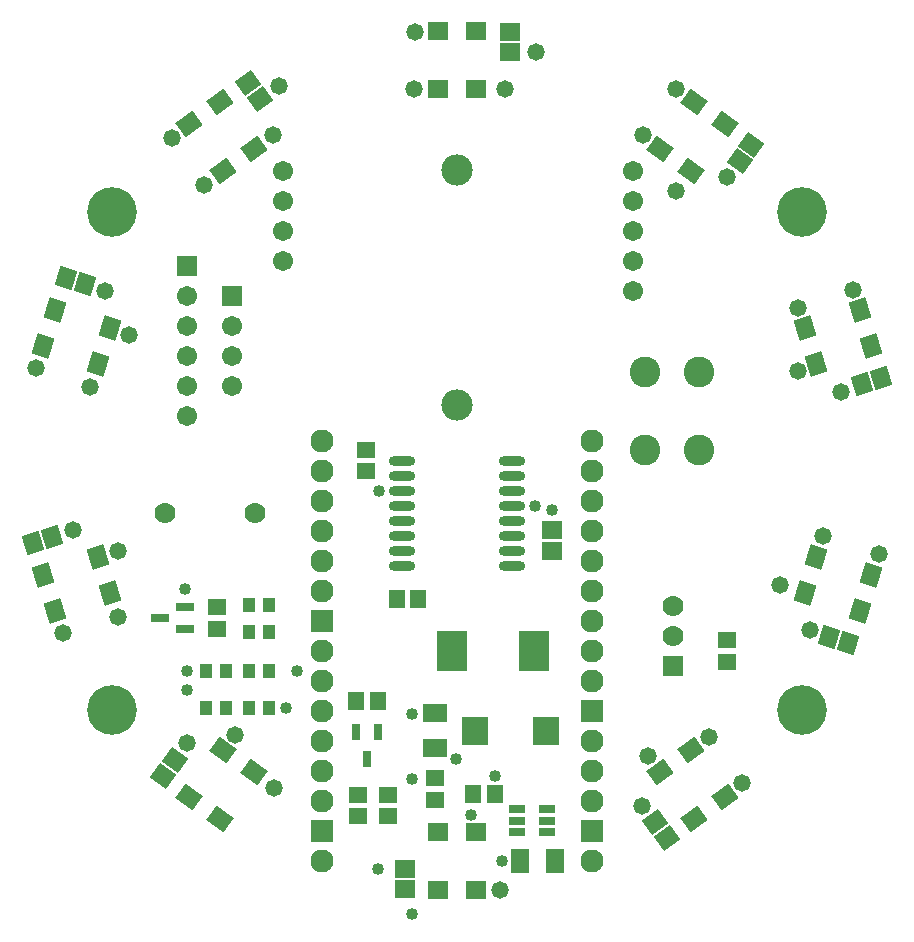
<source format=gts>
G04 Layer_Color=8388736*
%FSLAX25Y25*%
%MOIN*%
G70*
G01*
G75*
%ADD18R,0.07087X0.05906*%
G04:AMPARAMS|DCode=19|XSize=59.06mil|YSize=70.87mil|CornerRadius=0mil|HoleSize=0mil|Usage=FLASHONLY|Rotation=126.000|XOffset=0mil|YOffset=0mil|HoleType=Round|Shape=Rectangle|*
%AMROTATEDRECTD19*
4,1,4,0.04602,-0.00306,-0.01131,-0.04472,-0.04602,0.00306,0.01131,0.04472,0.04602,-0.00306,0.0*
%
%ADD19ROTATEDRECTD19*%

G04:AMPARAMS|DCode=20|XSize=59.06mil|YSize=70.87mil|CornerRadius=0mil|HoleSize=0mil|Usage=FLASHONLY|Rotation=162.000|XOffset=0mil|YOffset=0mil|HoleType=Round|Shape=Rectangle|*
%AMROTATEDRECTD20*
4,1,4,0.03903,0.02457,0.01713,-0.04282,-0.03903,-0.02457,-0.01713,0.04282,0.03903,0.02457,0.0*
%
%ADD20ROTATEDRECTD20*%

G04:AMPARAMS|DCode=21|XSize=59.06mil|YSize=70.87mil|CornerRadius=0mil|HoleSize=0mil|Usage=FLASHONLY|Rotation=198.000|XOffset=0mil|YOffset=0mil|HoleType=Round|Shape=Rectangle|*
%AMROTATEDRECTD21*
4,1,4,0.01713,0.04282,0.03903,-0.02457,-0.01713,-0.04282,-0.03903,0.02457,0.01713,0.04282,0.0*
%
%ADD21ROTATEDRECTD21*%

G04:AMPARAMS|DCode=22|XSize=59.06mil|YSize=70.87mil|CornerRadius=0mil|HoleSize=0mil|Usage=FLASHONLY|Rotation=234.000|XOffset=0mil|YOffset=0mil|HoleType=Round|Shape=Rectangle|*
%AMROTATEDRECTD22*
4,1,4,-0.01131,0.04472,0.04602,0.00306,0.01131,-0.04472,-0.04602,-0.00306,-0.01131,0.04472,0.0*
%
%ADD22ROTATEDRECTD22*%

%ADD54R,0.04343X0.04737*%
%ADD55O,0.08871X0.03162*%
%ADD56R,0.05524X0.06312*%
%ADD57R,0.06312X0.05524*%
%ADD58R,0.07887X0.05918*%
%ADD59R,0.06706X0.05918*%
%ADD60R,0.03162X0.05328*%
%ADD61R,0.05918X0.03162*%
G04:AMPARAMS|DCode=62|XSize=67.06mil|YSize=59.18mil|CornerRadius=0mil|HoleSize=0mil|Usage=FLASHONLY|Rotation=216.000|XOffset=0mil|YOffset=0mil|HoleType=Round|Shape=Rectangle|*
%AMROTATEDRECTD62*
4,1,4,0.00973,0.04365,0.04452,-0.00423,-0.00973,-0.04365,-0.04452,0.00423,0.00973,0.04365,0.0*
%
%ADD62ROTATEDRECTD62*%

G04:AMPARAMS|DCode=63|XSize=67.06mil|YSize=59.18mil|CornerRadius=0mil|HoleSize=0mil|Usage=FLASHONLY|Rotation=252.000|XOffset=0mil|YOffset=0mil|HoleType=Round|Shape=Rectangle|*
%AMROTATEDRECTD63*
4,1,4,-0.01778,0.04103,0.03850,0.02274,0.01778,-0.04103,-0.03850,-0.02274,-0.01778,0.04103,0.0*
%
%ADD63ROTATEDRECTD63*%

G04:AMPARAMS|DCode=64|XSize=67.06mil|YSize=59.18mil|CornerRadius=0mil|HoleSize=0mil|Usage=FLASHONLY|Rotation=288.000|XOffset=0mil|YOffset=0mil|HoleType=Round|Shape=Rectangle|*
%AMROTATEDRECTD64*
4,1,4,-0.03850,0.02274,0.01778,0.04103,0.03850,-0.02274,-0.01778,-0.04103,-0.03850,0.02274,0.0*
%
%ADD64ROTATEDRECTD64*%

G04:AMPARAMS|DCode=65|XSize=67.06mil|YSize=59.18mil|CornerRadius=0mil|HoleSize=0mil|Usage=FLASHONLY|Rotation=324.000|XOffset=0mil|YOffset=0mil|HoleType=Round|Shape=Rectangle|*
%AMROTATEDRECTD65*
4,1,4,-0.04452,-0.00423,-0.00973,0.04365,0.04452,0.00423,0.00973,-0.04365,-0.04452,-0.00423,0.0*
%
%ADD65ROTATEDRECTD65*%

%ADD66R,0.05918X0.07887*%
%ADD67R,0.05524X0.03162*%
%ADD68R,0.10249X0.13792*%
%ADD69R,0.08700X0.09461*%
%ADD70R,0.06706X0.06706*%
%ADD71C,0.06706*%
%ADD72C,0.16548*%
%ADD73C,0.10446*%
%ADD74C,0.07000*%
%ADD75R,0.07000X0.07000*%
%ADD76C,0.07700*%
%ADD77R,0.07700X0.07700*%
%ADD78C,0.10249*%
%ADD79C,0.04000*%
%ADD80C,0.05800*%
G54D18*
X6299Y-123854D02*
D03*
X-6299Y-123854D02*
D03*
X-6299Y-143146D02*
D03*
X6299Y-143146D02*
D03*
X-6299Y123854D02*
D03*
X6299Y123854D02*
D03*
X6299Y143146D02*
D03*
X-6299Y143146D02*
D03*
G54D19*
X77896Y-96498D02*
D03*
X67704Y-103903D02*
D03*
X79043Y-119510D02*
D03*
X89235Y-112105D02*
D03*
X-77896Y96498D02*
D03*
X-67704Y103903D02*
D03*
X-79043Y119510D02*
D03*
X-89235Y112105D02*
D03*
G54D20*
X119739Y-32282D02*
D03*
X115846Y-44264D02*
D03*
X134193Y-50225D02*
D03*
X138086Y-38243D02*
D03*
X-119739Y32282D02*
D03*
X-115846Y44264D02*
D03*
X-134193Y50225D02*
D03*
X-138086Y38243D02*
D03*
G54D21*
X115846Y44264D02*
D03*
X119739Y32282D02*
D03*
X138086Y38244D02*
D03*
X134193Y50225D02*
D03*
X-115846Y-44264D02*
D03*
X-119739Y-32282D02*
D03*
X-138086Y-38244D02*
D03*
X-134193Y-50225D02*
D03*
G54D22*
X67704Y103903D02*
D03*
X77896Y96498D02*
D03*
X89235Y112105D02*
D03*
X79043Y119510D02*
D03*
X-67704Y-103903D02*
D03*
X-77896Y-96498D02*
D03*
X-89235Y-112105D02*
D03*
X-79043Y-119510D02*
D03*
G54D54*
X-83846Y-82500D02*
D03*
X-77153D02*
D03*
X-62653D02*
D03*
X-69346D02*
D03*
X-62653Y-70000D02*
D03*
X-69346D02*
D03*
X-83846D02*
D03*
X-77153D02*
D03*
X-69346Y-48000D02*
D03*
X-62653D02*
D03*
X-69346Y-57000D02*
D03*
X-62653D02*
D03*
G54D55*
X18307Y-35000D02*
D03*
Y-30000D02*
D03*
Y-25000D02*
D03*
Y-20000D02*
D03*
Y-15000D02*
D03*
Y-10000D02*
D03*
Y-5000D02*
D03*
Y0D02*
D03*
X-18307Y-35000D02*
D03*
Y-30000D02*
D03*
Y-25000D02*
D03*
Y-20000D02*
D03*
Y-15000D02*
D03*
Y-10000D02*
D03*
Y-5000D02*
D03*
Y0D02*
D03*
G54D56*
X-12913Y-46000D02*
D03*
X-20000D02*
D03*
X-26457Y-80000D02*
D03*
X-33543D02*
D03*
X5457Y-111000D02*
D03*
X12543D02*
D03*
G54D57*
X-30500Y3543D02*
D03*
Y-3543D02*
D03*
X-33000Y-118587D02*
D03*
Y-111500D02*
D03*
X-80000Y-56043D02*
D03*
Y-48957D02*
D03*
X90000Y-67043D02*
D03*
Y-59957D02*
D03*
X-7500Y-105957D02*
D03*
Y-113043D02*
D03*
X-23000Y-118587D02*
D03*
Y-111500D02*
D03*
G54D58*
X-7500Y-95709D02*
D03*
Y-84291D02*
D03*
G54D59*
X31500Y-30000D02*
D03*
Y-23307D02*
D03*
X-17500Y-142847D02*
D03*
Y-136153D02*
D03*
X17500Y142847D02*
D03*
X17500Y136153D02*
D03*
G54D60*
X-26260Y-90571D02*
D03*
X-33740D02*
D03*
X-30000Y-99429D02*
D03*
G54D61*
X-90866Y-56240D02*
D03*
Y-48760D02*
D03*
X-99134Y-52500D02*
D03*
G54D62*
X69805Y-125852D02*
D03*
X65871Y-120437D02*
D03*
X-69805Y125852D02*
D03*
X-65871Y120437D02*
D03*
G54D63*
X130447Y-60786D02*
D03*
X124082Y-58717D02*
D03*
X-130447Y60786D02*
D03*
X-124082Y58717D02*
D03*
G54D64*
X141263Y27498D02*
D03*
X134897Y25430D02*
D03*
X-141263Y-27498D02*
D03*
X-134897Y-25430D02*
D03*
G54D65*
X98121Y105279D02*
D03*
X94187Y99864D02*
D03*
X-98121Y-105279D02*
D03*
X-94187Y-99864D02*
D03*
G54D66*
X21083Y-133500D02*
D03*
X32500D02*
D03*
G54D67*
X30118Y-116260D02*
D03*
Y-120000D02*
D03*
Y-123740D02*
D03*
X19882D02*
D03*
Y-120000D02*
D03*
Y-116260D02*
D03*
G54D68*
X25681Y-63500D02*
D03*
X-1681D02*
D03*
G54D69*
X5900Y-90000D02*
D03*
X29500D02*
D03*
G54D70*
X-90000Y65000D02*
D03*
X-75000Y55000D02*
D03*
G54D71*
X-90000D02*
D03*
Y45000D02*
D03*
Y35000D02*
D03*
Y25000D02*
D03*
Y15000D02*
D03*
X-75000Y25000D02*
D03*
Y35000D02*
D03*
Y45000D02*
D03*
X58500Y66500D02*
D03*
Y86500D02*
D03*
X-58000Y66500D02*
D03*
Y86500D02*
D03*
X58500Y56500D02*
D03*
Y76500D02*
D03*
Y96500D02*
D03*
X-58000Y76500D02*
D03*
Y96500D02*
D03*
G54D72*
X-115000Y-83000D02*
D03*
X115000D02*
D03*
Y83000D02*
D03*
X-115000D02*
D03*
G54D73*
X0Y18543D02*
D03*
Y96890D02*
D03*
G54D74*
X72000Y-48500D02*
D03*
Y-58500D02*
D03*
X-67500Y-17500D02*
D03*
X-97500D02*
D03*
G54D75*
X72000Y-68500D02*
D03*
G54D76*
X45000Y-133500D02*
D03*
Y-93500D02*
D03*
Y-103500D02*
D03*
Y-113500D02*
D03*
Y-73500D02*
D03*
Y-63500D02*
D03*
Y-53500D02*
D03*
Y6500D02*
D03*
Y-3500D02*
D03*
Y-13500D02*
D03*
Y-23500D02*
D03*
Y-33500D02*
D03*
Y-43500D02*
D03*
X-45000Y-133500D02*
D03*
Y-93500D02*
D03*
Y-103500D02*
D03*
Y-113500D02*
D03*
Y-83500D02*
D03*
Y-73500D02*
D03*
Y-63500D02*
D03*
Y6500D02*
D03*
Y-3500D02*
D03*
Y-13500D02*
D03*
Y-23500D02*
D03*
Y-33500D02*
D03*
Y-43500D02*
D03*
G54D77*
X45000Y-123500D02*
D03*
Y-83500D02*
D03*
X-45000Y-123500D02*
D03*
Y-53500D02*
D03*
G54D78*
X62500Y29500D02*
D03*
Y3500D02*
D03*
X80500D02*
D03*
Y29500D02*
D03*
G54D79*
X4500Y-118000D02*
D03*
X-26346Y-136153D02*
D03*
X-53500Y-70000D02*
D03*
X-57000Y-82500D02*
D03*
X26000Y-15000D02*
D03*
X-26000Y-10000D02*
D03*
X31500Y-16500D02*
D03*
X15000Y-133500D02*
D03*
X12543Y-105043D02*
D03*
X-500Y-99500D02*
D03*
X-15000Y-151000D02*
D03*
Y-84500D02*
D03*
Y-106000D02*
D03*
X-90866Y-42866D02*
D03*
X-90000Y-70000D02*
D03*
Y-76346D02*
D03*
G54D80*
X117500Y-56500D02*
D03*
X128000Y23000D02*
D03*
X113500Y51000D02*
D03*
X90000Y94500D02*
D03*
X62000Y108500D02*
D03*
X-14500Y124000D02*
D03*
X84000Y-92000D02*
D03*
X61500Y-115000D02*
D03*
X-84500Y92000D02*
D03*
X-117500Y56500D02*
D03*
X-122500Y24500D02*
D03*
X-128000Y-23000D02*
D03*
X-113000Y-52000D02*
D03*
X-90000Y-94000D02*
D03*
X-61000Y-109000D02*
D03*
X113500Y30000D02*
D03*
X132000Y57000D02*
D03*
X73000Y124000D02*
D03*
X122000Y-25000D02*
D03*
X140500Y-31000D02*
D03*
X107500Y-41500D02*
D03*
X95000Y-107500D02*
D03*
X63500Y-98500D02*
D03*
X-74000Y-91500D02*
D03*
X-131500Y-57500D02*
D03*
X-113000Y-30000D02*
D03*
X14354Y-143146D02*
D03*
X73000Y90000D02*
D03*
X26346Y136153D02*
D03*
X15854Y123854D02*
D03*
X-61500Y108500D02*
D03*
X-59500Y125000D02*
D03*
X-95000Y107500D02*
D03*
X-14000Y143000D02*
D03*
X-140500Y31000D02*
D03*
X-109500Y42000D02*
D03*
M02*

</source>
